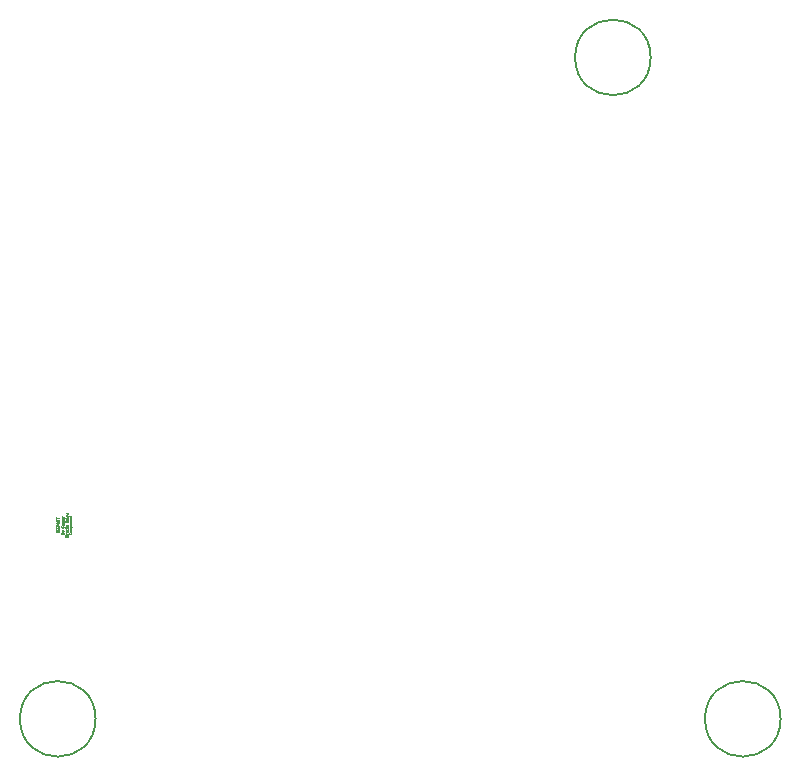
<source format=gbr>
%TF.GenerationSoftware,KiCad,Pcbnew,8.0.7*%
%TF.CreationDate,2025-01-05T22:37:43-08:00*%
%TF.ProjectId,Test Rocket Board,54657374-2052-46f6-936b-657420426f61,rev?*%
%TF.SameCoordinates,Original*%
%TF.FileFunction,Other,Comment*%
%FSLAX46Y46*%
G04 Gerber Fmt 4.6, Leading zero omitted, Abs format (unit mm)*
G04 Created by KiCad (PCBNEW 8.0.7) date 2025-01-05 22:37:43*
%MOMM*%
%LPD*%
G01*
G04 APERTURE LIST*
%ADD10C,0.040000*%
%ADD11C,0.150000*%
G04 APERTURE END LIST*
D10*
X137490443Y-119342856D02*
X137290443Y-119342856D01*
X137290443Y-119342856D02*
X137490443Y-119228571D01*
X137490443Y-119228571D02*
X137290443Y-119228571D01*
X137490443Y-119104761D02*
X137480920Y-119123809D01*
X137480920Y-119123809D02*
X137471396Y-119133332D01*
X137471396Y-119133332D02*
X137452348Y-119142856D01*
X137452348Y-119142856D02*
X137395205Y-119142856D01*
X137395205Y-119142856D02*
X137376158Y-119133332D01*
X137376158Y-119133332D02*
X137366634Y-119123809D01*
X137366634Y-119123809D02*
X137357110Y-119104761D01*
X137357110Y-119104761D02*
X137357110Y-119076190D01*
X137357110Y-119076190D02*
X137366634Y-119057142D01*
X137366634Y-119057142D02*
X137376158Y-119047618D01*
X137376158Y-119047618D02*
X137395205Y-119038094D01*
X137395205Y-119038094D02*
X137452348Y-119038094D01*
X137452348Y-119038094D02*
X137471396Y-119047618D01*
X137471396Y-119047618D02*
X137480920Y-119057142D01*
X137480920Y-119057142D02*
X137490443Y-119076190D01*
X137490443Y-119076190D02*
X137490443Y-119104761D01*
X137471396Y-118685714D02*
X137480920Y-118695238D01*
X137480920Y-118695238D02*
X137490443Y-118723809D01*
X137490443Y-118723809D02*
X137490443Y-118742857D01*
X137490443Y-118742857D02*
X137480920Y-118771428D01*
X137480920Y-118771428D02*
X137461872Y-118790476D01*
X137461872Y-118790476D02*
X137442824Y-118799999D01*
X137442824Y-118799999D02*
X137404729Y-118809523D01*
X137404729Y-118809523D02*
X137376158Y-118809523D01*
X137376158Y-118809523D02*
X137338062Y-118799999D01*
X137338062Y-118799999D02*
X137319015Y-118790476D01*
X137319015Y-118790476D02*
X137299967Y-118771428D01*
X137299967Y-118771428D02*
X137290443Y-118742857D01*
X137290443Y-118742857D02*
X137290443Y-118723809D01*
X137290443Y-118723809D02*
X137299967Y-118695238D01*
X137299967Y-118695238D02*
X137309491Y-118685714D01*
X137490443Y-118571428D02*
X137480920Y-118590476D01*
X137480920Y-118590476D02*
X137471396Y-118599999D01*
X137471396Y-118599999D02*
X137452348Y-118609523D01*
X137452348Y-118609523D02*
X137395205Y-118609523D01*
X137395205Y-118609523D02*
X137376158Y-118599999D01*
X137376158Y-118599999D02*
X137366634Y-118590476D01*
X137366634Y-118590476D02*
X137357110Y-118571428D01*
X137357110Y-118571428D02*
X137357110Y-118542857D01*
X137357110Y-118542857D02*
X137366634Y-118523809D01*
X137366634Y-118523809D02*
X137376158Y-118514285D01*
X137376158Y-118514285D02*
X137395205Y-118504761D01*
X137395205Y-118504761D02*
X137452348Y-118504761D01*
X137452348Y-118504761D02*
X137471396Y-118514285D01*
X137471396Y-118514285D02*
X137480920Y-118523809D01*
X137480920Y-118523809D02*
X137490443Y-118542857D01*
X137490443Y-118542857D02*
X137490443Y-118571428D01*
X137357110Y-118419047D02*
X137557110Y-118419047D01*
X137366634Y-118419047D02*
X137357110Y-118400000D01*
X137357110Y-118400000D02*
X137357110Y-118361905D01*
X137357110Y-118361905D02*
X137366634Y-118342857D01*
X137366634Y-118342857D02*
X137376158Y-118333333D01*
X137376158Y-118333333D02*
X137395205Y-118323809D01*
X137395205Y-118323809D02*
X137452348Y-118323809D01*
X137452348Y-118323809D02*
X137471396Y-118333333D01*
X137471396Y-118333333D02*
X137480920Y-118342857D01*
X137480920Y-118342857D02*
X137490443Y-118361905D01*
X137490443Y-118361905D02*
X137490443Y-118400000D01*
X137490443Y-118400000D02*
X137480920Y-118419047D01*
X137357110Y-118238095D02*
X137557110Y-118238095D01*
X137366634Y-118238095D02*
X137357110Y-118219048D01*
X137357110Y-118219048D02*
X137357110Y-118180953D01*
X137357110Y-118180953D02*
X137366634Y-118161905D01*
X137366634Y-118161905D02*
X137376158Y-118152381D01*
X137376158Y-118152381D02*
X137395205Y-118142857D01*
X137395205Y-118142857D02*
X137452348Y-118142857D01*
X137452348Y-118142857D02*
X137471396Y-118152381D01*
X137471396Y-118152381D02*
X137480920Y-118161905D01*
X137480920Y-118161905D02*
X137490443Y-118180953D01*
X137490443Y-118180953D02*
X137490443Y-118219048D01*
X137490443Y-118219048D02*
X137480920Y-118238095D01*
X137480920Y-117980953D02*
X137490443Y-118000001D01*
X137490443Y-118000001D02*
X137490443Y-118038096D01*
X137490443Y-118038096D02*
X137480920Y-118057143D01*
X137480920Y-118057143D02*
X137461872Y-118066667D01*
X137461872Y-118066667D02*
X137385681Y-118066667D01*
X137385681Y-118066667D02*
X137366634Y-118057143D01*
X137366634Y-118057143D02*
X137357110Y-118038096D01*
X137357110Y-118038096D02*
X137357110Y-118000001D01*
X137357110Y-118000001D02*
X137366634Y-117980953D01*
X137366634Y-117980953D02*
X137385681Y-117971429D01*
X137385681Y-117971429D02*
X137404729Y-117971429D01*
X137404729Y-117971429D02*
X137423777Y-118066667D01*
X137490443Y-117885714D02*
X137357110Y-117885714D01*
X137395205Y-117885714D02*
X137376158Y-117876191D01*
X137376158Y-117876191D02*
X137366634Y-117866667D01*
X137366634Y-117866667D02*
X137357110Y-117847619D01*
X137357110Y-117847619D02*
X137357110Y-117828572D01*
X138121396Y-119266666D02*
X138130920Y-119276190D01*
X138130920Y-119276190D02*
X138140443Y-119304761D01*
X138140443Y-119304761D02*
X138140443Y-119323809D01*
X138140443Y-119323809D02*
X138130920Y-119352380D01*
X138130920Y-119352380D02*
X138111872Y-119371428D01*
X138111872Y-119371428D02*
X138092824Y-119380951D01*
X138092824Y-119380951D02*
X138054729Y-119390475D01*
X138054729Y-119390475D02*
X138026158Y-119390475D01*
X138026158Y-119390475D02*
X137988062Y-119380951D01*
X137988062Y-119380951D02*
X137969015Y-119371428D01*
X137969015Y-119371428D02*
X137949967Y-119352380D01*
X137949967Y-119352380D02*
X137940443Y-119323809D01*
X137940443Y-119323809D02*
X137940443Y-119304761D01*
X137940443Y-119304761D02*
X137949967Y-119276190D01*
X137949967Y-119276190D02*
X137959491Y-119266666D01*
X138140443Y-119152380D02*
X138130920Y-119171428D01*
X138130920Y-119171428D02*
X138121396Y-119180951D01*
X138121396Y-119180951D02*
X138102348Y-119190475D01*
X138102348Y-119190475D02*
X138045205Y-119190475D01*
X138045205Y-119190475D02*
X138026158Y-119180951D01*
X138026158Y-119180951D02*
X138016634Y-119171428D01*
X138016634Y-119171428D02*
X138007110Y-119152380D01*
X138007110Y-119152380D02*
X138007110Y-119123809D01*
X138007110Y-119123809D02*
X138016634Y-119104761D01*
X138016634Y-119104761D02*
X138026158Y-119095237D01*
X138026158Y-119095237D02*
X138045205Y-119085713D01*
X138045205Y-119085713D02*
X138102348Y-119085713D01*
X138102348Y-119085713D02*
X138121396Y-119095237D01*
X138121396Y-119095237D02*
X138130920Y-119104761D01*
X138130920Y-119104761D02*
X138140443Y-119123809D01*
X138140443Y-119123809D02*
X138140443Y-119152380D01*
X138140443Y-118999999D02*
X138007110Y-118999999D01*
X138026158Y-118999999D02*
X138016634Y-118990476D01*
X138016634Y-118990476D02*
X138007110Y-118971428D01*
X138007110Y-118971428D02*
X138007110Y-118942857D01*
X138007110Y-118942857D02*
X138016634Y-118923809D01*
X138016634Y-118923809D02*
X138035681Y-118914285D01*
X138035681Y-118914285D02*
X138140443Y-118914285D01*
X138035681Y-118914285D02*
X138016634Y-118904761D01*
X138016634Y-118904761D02*
X138007110Y-118885714D01*
X138007110Y-118885714D02*
X138007110Y-118857142D01*
X138007110Y-118857142D02*
X138016634Y-118838095D01*
X138016634Y-118838095D02*
X138035681Y-118828571D01*
X138035681Y-118828571D02*
X138140443Y-118828571D01*
X138007110Y-118733332D02*
X138207110Y-118733332D01*
X138016634Y-118733332D02*
X138007110Y-118714285D01*
X138007110Y-118714285D02*
X138007110Y-118676190D01*
X138007110Y-118676190D02*
X138016634Y-118657142D01*
X138016634Y-118657142D02*
X138026158Y-118647618D01*
X138026158Y-118647618D02*
X138045205Y-118638094D01*
X138045205Y-118638094D02*
X138102348Y-118638094D01*
X138102348Y-118638094D02*
X138121396Y-118647618D01*
X138121396Y-118647618D02*
X138130920Y-118657142D01*
X138130920Y-118657142D02*
X138140443Y-118676190D01*
X138140443Y-118676190D02*
X138140443Y-118714285D01*
X138140443Y-118714285D02*
X138130920Y-118733332D01*
X138140443Y-118523809D02*
X138130920Y-118542857D01*
X138130920Y-118542857D02*
X138121396Y-118552380D01*
X138121396Y-118552380D02*
X138102348Y-118561904D01*
X138102348Y-118561904D02*
X138045205Y-118561904D01*
X138045205Y-118561904D02*
X138026158Y-118552380D01*
X138026158Y-118552380D02*
X138016634Y-118542857D01*
X138016634Y-118542857D02*
X138007110Y-118523809D01*
X138007110Y-118523809D02*
X138007110Y-118495238D01*
X138007110Y-118495238D02*
X138016634Y-118476190D01*
X138016634Y-118476190D02*
X138026158Y-118466666D01*
X138026158Y-118466666D02*
X138045205Y-118457142D01*
X138045205Y-118457142D02*
X138102348Y-118457142D01*
X138102348Y-118457142D02*
X138121396Y-118466666D01*
X138121396Y-118466666D02*
X138130920Y-118476190D01*
X138130920Y-118476190D02*
X138140443Y-118495238D01*
X138140443Y-118495238D02*
X138140443Y-118523809D01*
X138007110Y-118371428D02*
X138140443Y-118371428D01*
X138026158Y-118371428D02*
X138016634Y-118361905D01*
X138016634Y-118361905D02*
X138007110Y-118342857D01*
X138007110Y-118342857D02*
X138007110Y-118314286D01*
X138007110Y-118314286D02*
X138016634Y-118295238D01*
X138016634Y-118295238D02*
X138035681Y-118285714D01*
X138035681Y-118285714D02*
X138140443Y-118285714D01*
X138130920Y-118114286D02*
X138140443Y-118133334D01*
X138140443Y-118133334D02*
X138140443Y-118171429D01*
X138140443Y-118171429D02*
X138130920Y-118190476D01*
X138130920Y-118190476D02*
X138111872Y-118200000D01*
X138111872Y-118200000D02*
X138035681Y-118200000D01*
X138035681Y-118200000D02*
X138016634Y-118190476D01*
X138016634Y-118190476D02*
X138007110Y-118171429D01*
X138007110Y-118171429D02*
X138007110Y-118133334D01*
X138007110Y-118133334D02*
X138016634Y-118114286D01*
X138016634Y-118114286D02*
X138035681Y-118104762D01*
X138035681Y-118104762D02*
X138054729Y-118104762D01*
X138054729Y-118104762D02*
X138073777Y-118200000D01*
X138007110Y-118019047D02*
X138140443Y-118019047D01*
X138026158Y-118019047D02*
X138016634Y-118009524D01*
X138016634Y-118009524D02*
X138007110Y-117990476D01*
X138007110Y-117990476D02*
X138007110Y-117961905D01*
X138007110Y-117961905D02*
X138016634Y-117942857D01*
X138016634Y-117942857D02*
X138035681Y-117933333D01*
X138035681Y-117933333D02*
X138140443Y-117933333D01*
X138007110Y-117866667D02*
X138007110Y-117790476D01*
X137940443Y-117838095D02*
X138111872Y-117838095D01*
X138111872Y-117838095D02*
X138130920Y-117828572D01*
X138130920Y-117828572D02*
X138140443Y-117809524D01*
X138140443Y-117809524D02*
X138140443Y-117790476D01*
X137090443Y-119219046D02*
X136890443Y-119219046D01*
X137090443Y-119104761D02*
X136976158Y-119190475D01*
X136890443Y-119104761D02*
X137004729Y-119219046D01*
X136985681Y-119019046D02*
X136985681Y-118952380D01*
X137090443Y-118923808D02*
X137090443Y-119019046D01*
X137090443Y-119019046D02*
X136890443Y-119019046D01*
X136890443Y-119019046D02*
X136890443Y-118923808D01*
X136985681Y-118838094D02*
X136985681Y-118771428D01*
X137090443Y-118742856D02*
X137090443Y-118838094D01*
X137090443Y-118838094D02*
X136890443Y-118838094D01*
X136890443Y-118838094D02*
X136890443Y-118742856D01*
X137090443Y-118657142D02*
X136890443Y-118657142D01*
X136890443Y-118657142D02*
X136890443Y-118580952D01*
X136890443Y-118580952D02*
X136899967Y-118561904D01*
X136899967Y-118561904D02*
X136909491Y-118552381D01*
X136909491Y-118552381D02*
X136928539Y-118542857D01*
X136928539Y-118542857D02*
X136957110Y-118542857D01*
X136957110Y-118542857D02*
X136976158Y-118552381D01*
X136976158Y-118552381D02*
X136985681Y-118561904D01*
X136985681Y-118561904D02*
X136995205Y-118580952D01*
X136995205Y-118580952D02*
X136995205Y-118657142D01*
X136890443Y-118419047D02*
X136890443Y-118380952D01*
X136890443Y-118380952D02*
X136899967Y-118361904D01*
X136899967Y-118361904D02*
X136919015Y-118342857D01*
X136919015Y-118342857D02*
X136957110Y-118333333D01*
X136957110Y-118333333D02*
X137023777Y-118333333D01*
X137023777Y-118333333D02*
X137061872Y-118342857D01*
X137061872Y-118342857D02*
X137080920Y-118361904D01*
X137080920Y-118361904D02*
X137090443Y-118380952D01*
X137090443Y-118380952D02*
X137090443Y-118419047D01*
X137090443Y-118419047D02*
X137080920Y-118438095D01*
X137080920Y-118438095D02*
X137061872Y-118457142D01*
X137061872Y-118457142D02*
X137023777Y-118466666D01*
X137023777Y-118466666D02*
X136957110Y-118466666D01*
X136957110Y-118466666D02*
X136919015Y-118457142D01*
X136919015Y-118457142D02*
X136899967Y-118438095D01*
X136899967Y-118438095D02*
X136890443Y-118419047D01*
X136890443Y-118247618D02*
X137052348Y-118247618D01*
X137052348Y-118247618D02*
X137071396Y-118238095D01*
X137071396Y-118238095D02*
X137080920Y-118228571D01*
X137080920Y-118228571D02*
X137090443Y-118209523D01*
X137090443Y-118209523D02*
X137090443Y-118171428D01*
X137090443Y-118171428D02*
X137080920Y-118152380D01*
X137080920Y-118152380D02*
X137071396Y-118142857D01*
X137071396Y-118142857D02*
X137052348Y-118133333D01*
X137052348Y-118133333D02*
X136890443Y-118133333D01*
X136890443Y-118066666D02*
X136890443Y-117952380D01*
X137090443Y-118009523D02*
X136890443Y-118009523D01*
X137840443Y-119628571D02*
X137640443Y-119628571D01*
X137640443Y-119628571D02*
X137640443Y-119580952D01*
X137640443Y-119580952D02*
X137649967Y-119552381D01*
X137649967Y-119552381D02*
X137669015Y-119533333D01*
X137669015Y-119533333D02*
X137688062Y-119523810D01*
X137688062Y-119523810D02*
X137726158Y-119514286D01*
X137726158Y-119514286D02*
X137754729Y-119514286D01*
X137754729Y-119514286D02*
X137792824Y-119523810D01*
X137792824Y-119523810D02*
X137811872Y-119533333D01*
X137811872Y-119533333D02*
X137830920Y-119552381D01*
X137830920Y-119552381D02*
X137840443Y-119580952D01*
X137840443Y-119580952D02*
X137840443Y-119628571D01*
X137840443Y-119428571D02*
X137707110Y-119428571D01*
X137640443Y-119428571D02*
X137649967Y-119438095D01*
X137649967Y-119438095D02*
X137659491Y-119428571D01*
X137659491Y-119428571D02*
X137649967Y-119419048D01*
X137649967Y-119419048D02*
X137640443Y-119428571D01*
X137640443Y-119428571D02*
X137659491Y-119428571D01*
X137840443Y-119333333D02*
X137707110Y-119333333D01*
X137745205Y-119333333D02*
X137726158Y-119323810D01*
X137726158Y-119323810D02*
X137716634Y-119314286D01*
X137716634Y-119314286D02*
X137707110Y-119295238D01*
X137707110Y-119295238D02*
X137707110Y-119276191D01*
X137830920Y-119133333D02*
X137840443Y-119152381D01*
X137840443Y-119152381D02*
X137840443Y-119190476D01*
X137840443Y-119190476D02*
X137830920Y-119209523D01*
X137830920Y-119209523D02*
X137811872Y-119219047D01*
X137811872Y-119219047D02*
X137735681Y-119219047D01*
X137735681Y-119219047D02*
X137716634Y-119209523D01*
X137716634Y-119209523D02*
X137707110Y-119190476D01*
X137707110Y-119190476D02*
X137707110Y-119152381D01*
X137707110Y-119152381D02*
X137716634Y-119133333D01*
X137716634Y-119133333D02*
X137735681Y-119123809D01*
X137735681Y-119123809D02*
X137754729Y-119123809D01*
X137754729Y-119123809D02*
X137773777Y-119219047D01*
X137830920Y-118952380D02*
X137840443Y-118971428D01*
X137840443Y-118971428D02*
X137840443Y-119009523D01*
X137840443Y-119009523D02*
X137830920Y-119028571D01*
X137830920Y-119028571D02*
X137821396Y-119038094D01*
X137821396Y-119038094D02*
X137802348Y-119047618D01*
X137802348Y-119047618D02*
X137745205Y-119047618D01*
X137745205Y-119047618D02*
X137726158Y-119038094D01*
X137726158Y-119038094D02*
X137716634Y-119028571D01*
X137716634Y-119028571D02*
X137707110Y-119009523D01*
X137707110Y-119009523D02*
X137707110Y-118971428D01*
X137707110Y-118971428D02*
X137716634Y-118952380D01*
X137707110Y-118895237D02*
X137707110Y-118819046D01*
X137640443Y-118866665D02*
X137811872Y-118866665D01*
X137811872Y-118866665D02*
X137830920Y-118857142D01*
X137830920Y-118857142D02*
X137840443Y-118838094D01*
X137840443Y-118838094D02*
X137840443Y-118819046D01*
X137840443Y-118723808D02*
X137830920Y-118742856D01*
X137830920Y-118742856D02*
X137811872Y-118752379D01*
X137811872Y-118752379D02*
X137640443Y-118752379D01*
X137707110Y-118666665D02*
X137840443Y-118619046D01*
X137707110Y-118571427D02*
X137840443Y-118619046D01*
X137840443Y-118619046D02*
X137888062Y-118638094D01*
X137888062Y-118638094D02*
X137897586Y-118647617D01*
X137897586Y-118647617D02*
X137907110Y-118666665D01*
X137735681Y-118276189D02*
X137745205Y-118247617D01*
X137745205Y-118247617D02*
X137754729Y-118238094D01*
X137754729Y-118238094D02*
X137773777Y-118228570D01*
X137773777Y-118228570D02*
X137802348Y-118228570D01*
X137802348Y-118228570D02*
X137821396Y-118238094D01*
X137821396Y-118238094D02*
X137830920Y-118247617D01*
X137830920Y-118247617D02*
X137840443Y-118266665D01*
X137840443Y-118266665D02*
X137840443Y-118342855D01*
X137840443Y-118342855D02*
X137640443Y-118342855D01*
X137640443Y-118342855D02*
X137640443Y-118276189D01*
X137640443Y-118276189D02*
X137649967Y-118257141D01*
X137649967Y-118257141D02*
X137659491Y-118247617D01*
X137659491Y-118247617D02*
X137678539Y-118238094D01*
X137678539Y-118238094D02*
X137697586Y-118238094D01*
X137697586Y-118238094D02*
X137716634Y-118247617D01*
X137716634Y-118247617D02*
X137726158Y-118257141D01*
X137726158Y-118257141D02*
X137735681Y-118276189D01*
X137735681Y-118276189D02*
X137735681Y-118342855D01*
X137830920Y-118066665D02*
X137840443Y-118085713D01*
X137840443Y-118085713D02*
X137840443Y-118123808D01*
X137840443Y-118123808D02*
X137830920Y-118142855D01*
X137830920Y-118142855D02*
X137811872Y-118152379D01*
X137811872Y-118152379D02*
X137735681Y-118152379D01*
X137735681Y-118152379D02*
X137716634Y-118142855D01*
X137716634Y-118142855D02*
X137707110Y-118123808D01*
X137707110Y-118123808D02*
X137707110Y-118085713D01*
X137707110Y-118085713D02*
X137716634Y-118066665D01*
X137716634Y-118066665D02*
X137735681Y-118057141D01*
X137735681Y-118057141D02*
X137754729Y-118057141D01*
X137754729Y-118057141D02*
X137773777Y-118152379D01*
X137840443Y-117942855D02*
X137830920Y-117961903D01*
X137830920Y-117961903D02*
X137811872Y-117971426D01*
X137811872Y-117971426D02*
X137640443Y-117971426D01*
X137840443Y-117838093D02*
X137830920Y-117857141D01*
X137830920Y-117857141D02*
X137821396Y-117866664D01*
X137821396Y-117866664D02*
X137802348Y-117876188D01*
X137802348Y-117876188D02*
X137745205Y-117876188D01*
X137745205Y-117876188D02*
X137726158Y-117866664D01*
X137726158Y-117866664D02*
X137716634Y-117857141D01*
X137716634Y-117857141D02*
X137707110Y-117838093D01*
X137707110Y-117838093D02*
X137707110Y-117809522D01*
X137707110Y-117809522D02*
X137716634Y-117790474D01*
X137716634Y-117790474D02*
X137726158Y-117780950D01*
X137726158Y-117780950D02*
X137745205Y-117771426D01*
X137745205Y-117771426D02*
X137802348Y-117771426D01*
X137802348Y-117771426D02*
X137821396Y-117780950D01*
X137821396Y-117780950D02*
X137830920Y-117790474D01*
X137830920Y-117790474D02*
X137840443Y-117809522D01*
X137840443Y-117809522D02*
X137840443Y-117838093D01*
X137707110Y-117704760D02*
X137840443Y-117666665D01*
X137840443Y-117666665D02*
X137745205Y-117628570D01*
X137745205Y-117628570D02*
X137840443Y-117590474D01*
X137840443Y-117590474D02*
X137707110Y-117552379D01*
D11*
%TO.C,H2*%
X198200000Y-135000000D02*
G75*
G02*
X191800000Y-135000000I-3200000J0D01*
G01*
X191800000Y-135000000D02*
G75*
G02*
X198200000Y-135000000I3200000J0D01*
G01*
%TO.C,H1*%
X140200000Y-135000000D02*
G75*
G02*
X133800000Y-135000000I-3200000J0D01*
G01*
X133800000Y-135000000D02*
G75*
G02*
X140200000Y-135000000I3200000J0D01*
G01*
%TO.C,H3*%
X187200000Y-79000000D02*
G75*
G02*
X180800000Y-79000000I-3200000J0D01*
G01*
X180800000Y-79000000D02*
G75*
G02*
X187200000Y-79000000I3200000J0D01*
G01*
%TD*%
M02*

</source>
